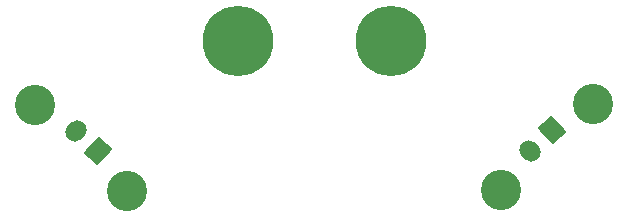
<source format=gbr>
%TF.GenerationSoftware,KiCad,Pcbnew,8.0.3-8.0.3-0~ubuntu22.04.1*%
%TF.CreationDate,2024-06-22T17:40:12-07:00*%
%TF.ProjectId,kraken-can-adapter,6b72616b-656e-42d6-9361-6e2d61646170,2*%
%TF.SameCoordinates,Original*%
%TF.FileFunction,Soldermask,Bot*%
%TF.FilePolarity,Negative*%
%FSLAX46Y46*%
G04 Gerber Fmt 4.6, Leading zero omitted, Abs format (unit mm)*
G04 Created by KiCad (PCBNEW 8.0.3-8.0.3-0~ubuntu22.04.1) date 2024-06-22 17:40:12*
%MOMM*%
%LPD*%
G01*
G04 APERTURE LIST*
G04 Aperture macros list*
%AMHorizOval*
0 Thick line with rounded ends*
0 $1 width*
0 $2 $3 position (X,Y) of the first rounded end (center of the circle)*
0 $4 $5 position (X,Y) of the second rounded end (center of the circle)*
0 Add line between two ends*
20,1,$1,$2,$3,$4,$5,0*
0 Add two circle primitives to create the rounded ends*
1,1,$1,$2,$3*
1,1,$1,$4,$5*%
%AMRotRect*
0 Rectangle, with rotation*
0 The origin of the aperture is its center*
0 $1 length*
0 $2 width*
0 $3 Rotation angle, in degrees counterclockwise*
0 Add horizontal line*
21,1,$1,$2,0,0,$3*%
G04 Aperture macros list end*
%ADD10C,5.969000*%
%ADD11C,3.403600*%
%ADD12RotRect,1.600200X1.905000X223.000000*%
%ADD13HorizOval,1.600200X-0.103937X0.111458X0.103937X-0.111458X0*%
%ADD14RotRect,1.600200X1.905000X137.000000*%
%ADD15HorizOval,1.600200X0.103937X0.111458X-0.103937X-0.111458X0*%
G04 APERTURE END LIST*
D10*
%TO.C,J4*%
X99745307Y-110386204D03*
%TD*%
%TO.C,J3*%
X112750107Y-110386204D03*
%TD*%
D11*
%TO.C,J2*%
X129822116Y-115760834D03*
X122020035Y-123036393D03*
D12*
X126330212Y-117975184D03*
D13*
X124472574Y-119707460D03*
%TD*%
D11*
%TO.C,J1*%
X90395881Y-123095301D03*
X82593799Y-115819742D03*
D14*
X87943342Y-119766368D03*
D15*
X86085704Y-118034092D03*
%TD*%
M02*

</source>
